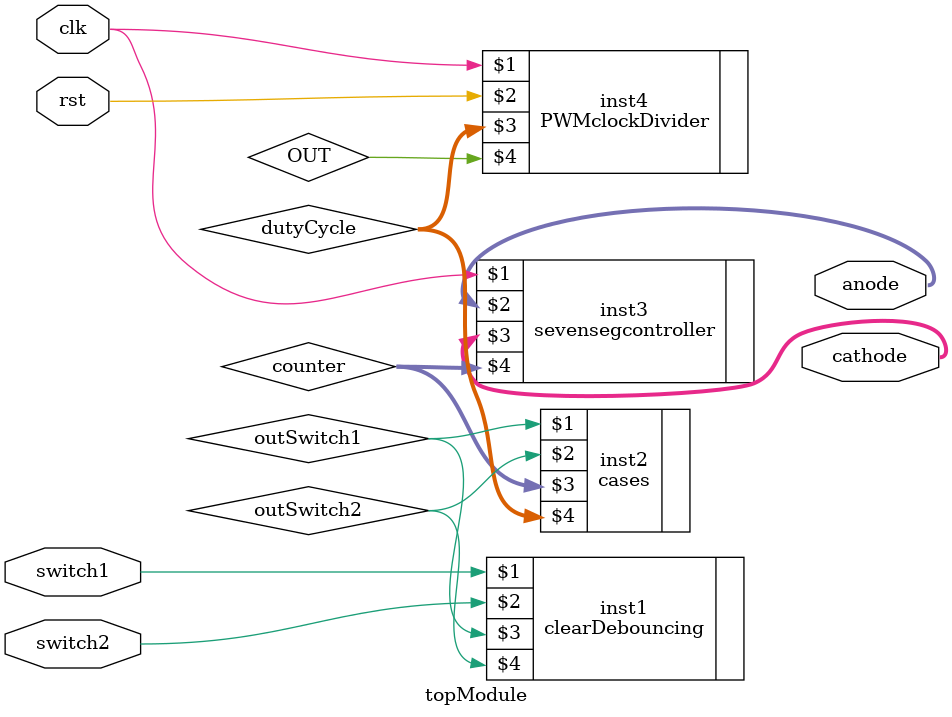
<source format=v>
`timescale 1ns / 1ps
module topModule(clk,switch1,switch2,rst,cathode,anode);

	input wire switch1, switch2, clk, rst;
	output [3:0] anode;
	output [7: 0] cathode;
	wire [3: 0] counter;
	wire [7: 0] dutyCycle;
	wire outSwitch1, outSwitch2;
	wire OUT;
	
	clearDebouncing inst1(switch1, switch2, outSwitch1, outSwitch2);
	cases inst2(outSwitch1, outSwitch2, counter, dutyCycle);
	sevensegcontroller inst3(clk, anode, cathode, counter);
	PWMclockDivider #(5000) inst4(clk, rst, dutyCycle, OUT);


endmodule

</source>
